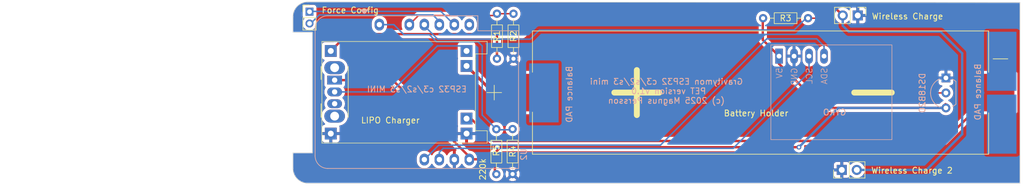
<source format=kicad_pcb>
(kicad_pcb (version 20241229) (generator "pcbnew") (generator_version "9.0")
  (title_block (title "Gravitymon PET Zero PCB") (date "2024-06-06") (company "Magnus Persson"))
  (layers (0 "F.Cu" signal) (2 "B.Cu" signal) (13 "F.Paste" user) (15 "B.Paste" user) (5 "F.SilkS" user "F.Silkscreen") (7 "B.SilkS" user "B.Silkscreen") (1 "F.Mask" user) (3 "B.Mask" user) (25 "Edge.Cuts" user))
  (net 0 "")
  (net 1 "VCC")
  (net 2 "GND")
  (net 3 "Net-(BAT2-+)")
  (net 4 "Net-(BAT2--)")
  (net 5 "/CHARGING")
  (net 6 "/CFG2")
  (net 7 "/CFG1")
  (net 8 "+3.3V")
  (net 9 "/VOLTAGE")
  (net 10 "/SDA")
  (net 11 "/SCL")
  (net 13 "Net-(SW2-B)")
  (net 14 "/CHARGE-5V")
  (net 18 "/TEMP")
  (footprint "Resistor_THT:R_Axial_DIN0204_L3.6mm_D1.6mm_P7.62mm_Horizontal" (layer "F.Cu") (at 163.5 82.71 180)
    (property "Reference" "R3" (at 3.81 0 180) (layer "F.SilkS"))
    (property "Value" "4.7k")
    (fp_line (start 6.68 0) (end 5.73 0) (stroke (width 0.12)) (layer "F.SilkS"))
    (fp_line (start 0.94 0) (end 1.89 0) (stroke (width 0.12)) (layer "F.SilkS"))
    (fp_rect (start 1.89 -0.92) (end 5.73 0.92) (stroke (width 0.12)) (fill no) (layer "F.SilkS"))
    (pad "1" thru_hole circle (at 0 0 180) (size 1.4 1.4) (drill 0.7) (layers "*.Cu" "*.Mask") (net 18 "/TEMP"))
    (pad "2" thru_hole circle (at 7.62 0 180) (size 1.4 1.4) (drill 0.7) (layers "*.Cu" "*.Mask") (net 1 "VCC"))
  )
  (footprint "magnus:lipo-tp4056" (layer "F.Cu") (at 95.303003 95.2604)
    (property "Reference" "U1" (hide yes))
    (property "Value" "TP-4056" (hide yes))
    (fp_line (start -14.151403 -8.6) (end -14.151403 8.6) (stroke (width 0.1)) (layer "F.SilkS"))
    (fp_line (start -14.151403 -8.6) (end 13.848597 -8.6) (stroke (width 0.1)) (layer "F.SilkS"))
    (fp_line (start -14.151403 8.6) (end 13.848597 8.6) (stroke (width 0.1)) (layer "F.SilkS"))
    (fp_line (start 11.848597 -6.502399) (end 11.848597 6.514315) (stroke (width 0.1)) (layer "F.SilkS"))
    (fp_line (start 11.848597 6.514315) (end 13.848597 6.517906) (stroke (width 0.1)) (layer "F.SilkS"))
    (fp_line (start 13.8176 -6.5024) (end 11.8684 -6.502399) (stroke (width 0.1)) (layer "F.SilkS"))
    (fp_line (start 13.848597 -8.6) (end 13.8176 -6.5024) (stroke (width 0.1)) (layer "F.SilkS"))
    (fp_line (start 13.848597 8.6) (end 13.848597 6.517906) (stroke (width 0.1)) (layer "F.SilkS"))
    (pad "1" thru_hole rect (at -12.651403 -7) (size 2 2) (drill 1) (layers "*.Cu" "*.Mask") (net 14 "/CHARGE-5V"))
    (pad "2" thru_hole rect (at -12.651403 7) (size 2 2) (drill 1) (layers "*.Cu" "*.Mask") (net 2 "GND"))
    (pad "3" thru_hole rect (at 10.348597 -7) (size 2 2) (drill 1) (layers "*.Cu" "*.Mask") (net 13 "Net-(SW2-B)"))
    (pad "4" thru_hole rect (at 10.348597 7) (size 2 2) (drill 1) (layers "*.Cu" "*.Mask") (net 2 "GND"))
    (pad "5" thru_hole rect (at 10.348597 -4.46) (size 2 2) (drill 1) (layers "*.Cu" "*.Mask") (net 3 "Net-(BAT2-+)"))
    (pad "6" thru_hole rect (at 10.348597 4.46) (size 2 2) (drill 1) (layers "*.Cu" "*.Mask") (net 4 "Net-(BAT2--)"))
  )
  (footprint "Connector_PinHeader_2.00mm:PinHeader_1x02_P2.00mm_Vertical" (layer "F.Cu") (at 79.05 81.61)
    (property "Reference" "J3" (hide yes))
    (property "Value" "Force Config" (at 6.9 -0.25 0) (layer "F.SilkS"))
    (fp_line (start -1.11 -1.11) (end 0 -1.11) (stroke (width 0.12)) (layer "F.SilkS"))
    (fp_line (start -1.11 0) (end -1.11 -1.11) (stroke (width 0.12)) (layer "F.SilkS"))
    (fp_line (start -1.11 1) (end -1.11 3.11) (stroke (width 0.12)) (layer "F.SilkS"))
    (fp_line (start -1.11 1) (end 1.11 1) (stroke (width 0.12)) (layer "F.SilkS"))
    (fp_line (start -1.11 3.11) (end 1.11 3.11) (stroke (width 0.12)) (layer "F.SilkS"))
    (fp_line (start 1.11 1) (end 1.11 3.11) (stroke (width 0.12)) (layer "F.SilkS"))
    (pad "1" thru_hole rect (at 0 0) (size 1.35 1.35) (drill 0.8) (layers "*.Cu" "*.Mask") (net 6 "/CFG2"))
    (pad "2" thru_hole circle (at 0 2) (size 1.35 1.35) (drill 0.8) (layers "*.Cu" "*.Mask") (net 7 "/CFG1"))
  )
  (footprint "magnus:battery_holder_18650" (layer "F.Cu") (at 155.45 95.31)
    (property "Reference" "BAT2" (hide yes))
    (property "Value" "Battery_Cell" (hide yes))
    (fp_line (start -46.3604 0) (end -43.8604 0) (stroke (width 0.12)) (layer "F.SilkS"))
    (fp_line (start -45.1104 1.25) (end -45.1104 -1.25) (stroke (width 0.12)) (layer "F.SilkS"))
    (fp_line (start -38.64 -10.44) (end -38.64 -3.44) (stroke (width 0.12)) (layer "F.SilkS"))
    (fp_line (start -38.64 10.44) (end -38.64 3.302) (stroke (width 0.12)) (layer "F.SilkS"))
    (fp_line (start -24.765 0) (end -17.145 0) (stroke (width 1)) (layer "F.SilkS"))
    (fp_line (start -20.955 -3.81) (end -20.955 3.81) (stroke (width 1)) (layer "F.SilkS"))
    (fp_line (start 15.875 0) (end 22.225 0) (stroke (width 1)) (layer "F.SilkS"))
    (fp_line (start 38.64 -10.44) (end -38.64 -10.44) (stroke (width 0.12)) (layer "F.SilkS"))
    (fp_line (start 38.64 -3.44) (end 38.64 -10.42) (stroke (width 0.12)) (layer "F.SilkS"))
    (fp_line (start 38.64 3.44) (end 38.64 10.44) (stroke (width 0.12)) (layer "F.SilkS"))
    (fp_line (start 38.64 10.44) (end -38.64 10.44) (stroke (width 0.12)) (layer "F.SilkS"))
    (fp_line (start 41.89 -5.715) (end 39.39 -5.715) (stroke (width 0.12)) (layer "F.SilkS"))
    (pad "1" smd rect (at -39.1025 0) (size 6.885 6.35) (layers "F.Cu" "F.Mask" "F.Paste") (net 3 "Net-(BAT2-+)"))
    (pad "2" smd rect (at 39.33 0) (size 7.34 6.35) (layers "F.Cu" "F.Mask" "F.Paste") (net 4 "Net-(BAT2--)"))
  )
  (footprint "Resistor_THT:R_Axial_DIN0204_L3.6mm_D1.6mm_P7.62mm_Horizontal" (layer "F.Cu") (at 113.45 109.11 90)
    (property "Reference" "R4" (at 3.81 0 90) (layer "F.SilkS"))
    (property "Value" "220k")
    (fp_line (start 6.68 0) (end 5.73 0) (stroke (width 0.12)) (layer "F.SilkS"))
    (fp_line (start 0.94 0) (end 1.89 0) (stroke (width 0.12)) (layer "F.SilkS"))
    (fp_rect (start 1.89 -0.92) (end 5.73 0.92) (stroke (width 0.12)) (fill no) (layer "F.SilkS"))
    (pad "1" thru_hole circle (at 0 0 90) (size 1.4 1.4) (drill 0.7) (layers "*.Cu" "*.Mask") (net 2 "GND"))
    (pad "2" thru_hole circle (at 7.62 0 90) (size 1.4 1.4) (drill 0.7) (layers "*.Cu" "*.Mask") (net 9 "/VOLTAGE"))
  )
  (footprint "Connector_PinHeader_2.54mm:PinHeader_1x02_P2.54mm_Vertical" (layer "F.Cu") (at 169.21 108.41 90)
    (property "Reference" "J2" (hide yes))
    (property "Value" "Wireless Charge 2" (at -0.1 11.89 180) (layer "F.SilkS"))
    (fp_line (start -1.38 -1.38) (end 0 -1.38) (stroke (width 0.12)) (layer "F.SilkS"))
    (fp_line (start -1.38 0) (end -1.38 -1.38) (stroke (width 0.12)) (layer "F.SilkS"))
    (fp_line (start 1.38 1.27) (end 1.38 3.92) (stroke (width 0.12)) (layer "F.SilkS"))
    (fp_line (start -1.38 1.27) (end 1.38 1.27) (stroke (width 0.12)) (layer "F.SilkS"))
    (fp_line (start -1.38 1.27) (end -1.38 3.92) (stroke (width 0.12)) (layer "F.SilkS"))
    (fp_line (start -1.38 3.92) (end 1.38 3.92) (stroke (width 0.12)) (layer "F.SilkS"))
    (pad "1" thru_hole rect (at 0 0 90) (size 1.7 1.7) (drill 1) (layers "*.Cu" "*.Mask") (net 2 "GND"))
    (pad "2" thru_hole circle (at 0 2.54 90) (size 1.7 1.7) (drill 1) (layers "*.Cu" "*.Mask") (net 14 "/CHARGE-5V"))
  )
  (footprint "Connector_PinHeader_2.54mm:PinHeader_1x02_P2.54mm_Vertical" (layer "F.Cu") (at 171.9122 82.2452 -90)
    (property "Reference" "J1" (hide yes))
    (property "Value" "Wireless Charge" (at 0.1524 -8.4328 180) (layer "F.SilkS"))
    (fp_line (start -1.38 3.92) (end 1.38 3.92) (stroke (width 0.12)) (layer "F.SilkS"))
    (fp_line (start -1.38 1.27) (end -1.38 3.92) (stroke (width 0.12)) (layer "F.SilkS"))
    (fp_line (start -1.38 1.27) (end 1.38 1.27) (stroke (width 0.12)) (layer "F.SilkS"))
    (fp_line (start 1.38 1.27) (end 1.38 3.92) (stroke (width 0.12)) (layer "F.SilkS"))
    (fp_line (start -1.38 0) (end -1.38 -1.38) (stroke (width 0.12)) (layer "F.SilkS"))
    (fp_line (start -1.38 -1.38) (end 0 -1.38) (stroke (width 0.12)) (layer "F.SilkS"))
    (pad "1" thru_hole rect (at 0 0 270) (size 1.7 1.7) (drill 1) (layers "*.Cu" "*.Mask") (net 2 "GND"))
    (pad "2" thru_hole circle (at 0 2.54 270) (size 1.7 1.7) (drill 1) (layers "*.Cu" "*.Mask") (net 14 "/CHARGE-5V"))
  )
  (footprint "Resistor_THT:R_Axial_DIN0204_L3.6mm_D1.6mm_P7.62mm_Horizontal" (layer "F.Cu") (at 110.8 89.57 90)
    (property "Reference" "R1" (at 3.81 0 90) (layer "F.SilkS"))
    (property "Value" "220k")
    (fp_line (start 6.68 0) (end 5.73 0) (stroke (width 0.12)) (layer "F.SilkS"))
    (fp_line (start 0.94 0) (end 1.89 0) (stroke (width 0.12)) (layer "F.SilkS"))
    (fp_rect (start 1.89 -0.92) (end 5.73 0.92) (stroke (width 0.12)) (fill no) (layer "F.SilkS"))
    (pad "1" thru_hole circle (at 0 0 90) (size 1.4 1.4) (drill 0.7) (layers "*.Cu" "*.Mask") (net 14 "/CHARGE-5V"))
    (pad "2" thru_hole circle (at 7.62 0 90) (size 1.4 1.4) (drill 0.7) (layers "*.Cu" "*.Mask") (net 5 "/CHARGING"))
  )
  (footprint "Resistor_THT:R_Axial_DIN0204_L3.6mm_D1.6mm_P7.62mm_Horizontal" (layer "F.Cu") (at 113.6 89.58 90)
    (property "Reference" "R2" (at 3.81 0 90) (layer "F.SilkS"))
    (property "Value" "220k")
    (fp_line (start 6.68 0) (end 5.73 0) (stroke (width 0.12)) (layer "F.SilkS"))
    (fp_line (start 0.94 0) (end 1.89 0) (stroke (width 0.12)) (layer "F.SilkS"))
    (fp_rect (start 1.89 -0.92) (end 5.73 0.92) (stroke (width 0.12)) (fill no) (layer "F.SilkS"))
    (pad "1" thru_hole circle (at 0 0 90) (size 1.4 1.4) (drill 0.7) (layers "*.Cu" "*.Mask") (net 2 "GND"))
    (pad "2" thru_hole circle (at 7.62 0 90) (size 1.4 1.4) (drill 0.7) (layers "*.Cu" "*.Mask") (net 5 "/CHARGING"))
  )
  (footprint "Button_Switch_THT:SW_Slide_SPDT_Angled_CK_OS102011MA1Q" (layer "F.Cu") (at 83.3054 93.1992 -90)
    (property "Reference" "SW2" (hide yes))
    (property "Value" "SW_SPST" (hide yes))
    (fp_line (start -2.3 2.3) (end -0.1 2.3) (stroke (width 0.12)) (layer "F.SilkS"))
    (fp_line (start 4 2.3) (end 6.3 2.3) (stroke (width 0.12)) (layer "F.SilkS"))
    (fp_line (start -2.3 -2.3) (end 6.3 -2.3) (stroke (width 0.12)) (layer "F.SilkS"))
    (pad "" thru_hole oval (at -2.1 0 270) (size 2.2 3.5) (drill 1.5) (layers "*.Cu" "*.Mask"))
    (pad "" thru_hole oval (at 6.1 0 270) (size 2.2 3.5) (drill 1.5) (layers "*.Cu" "*.Mask"))
    (pad "1" thru_hole rect (at 0 0 270) (size 1.5 2.5) (drill 0.9) (layers "*.Cu" "*.Mask") (net 1 "VCC"))
    (pad "2" thru_hole oval (at 2 0 270) (size 1.5 2.5) (drill 0.9) (layers "*.Cu" "*.Mask") (net 13 "Net-(SW2-B)"))
    (pad "3" thru_hole oval (at 4 0 270) (size 1.5 2.5) (drill 0.9) (layers "*.Cu" "*.Mask"))
  )
  (footprint "Resistor_THT:R_Axial_DIN0204_L3.6mm_D1.6mm_P7.62mm_Horizontal" (layer "F.Cu") (at 110.7 101.51 -90)
    (property "Reference" "R5" (at 3.6 0 90) (layer "F.SilkS"))
    (property "Value" "220k" (at 6.8 2.3 90) (layer "F.SilkS"))
    (fp_line (start 0.94 0) (end 1.89 0) (stroke (width 0.12)) (layer "F.SilkS"))
    (fp_line (start 6.68 0) (end 5.73 0) (stroke (width 0.12)) (layer "F.SilkS"))
    (fp_rect (start 1.89 -0.92) (end 5.73 0.92) (stroke (width 0.12)) (fill no) (layer "F.SilkS"))
    (pad "1" thru_hole circle (at 0 0 270) (size 1.4 1.4) (drill 0.7) (layers "*.Cu" "*.Mask") (net 9 "/VOLTAGE"))
    (pad "2" thru_hole circle (at 7.62 0 270) (size 1.4 1.4) (drill 0.7) (layers "*.Cu" "*.Mask") (net 1 "VCC"))
  )
  (footprint "magnus:lolin-esp32c3-mini" (layer "B.Cu") (at 88.34 83.8 -90)
    (property "Reference" "U2" (at 22 -27 90) (layer "B.SilkS") (effects (justify mirror)))
    (property "Value" "~")
    (fp_line (start 22.24 8.34) (end 0.63 8.34) (stroke (width 0.12)) (layer "B.SilkS"))
    (fp_line (start -1.5 -19.22) (end -1.5 6.21) (stroke (width 0.12)) (layer "B.SilkS"))
    (fp_line (start -1.5 -19.22) (end 1.04 -19.22) (stroke (width 0.12)) (layer "B.SilkS"))
    (fp_line (start 1.04 -19.22) (end 1.04 -26.12) (stroke (width 0.12)) (layer "B.SilkS"))
    (fp_line (start 1.04 -26.12) (end 24.36 -26.12) (stroke (width 0.12)) (layer "B.SilkS"))
    (fp_line (start 24.36 -26.12) (end 24.36 6.21) (stroke (width 0.12)) (layer "B.SilkS"))
    (fp_arc (start 0.63 8.34) (mid -0.876137 7.716137) (end -1.5 6.21) (stroke (width 0.12)) (layer "B.SilkS"))
    (fp_arc (start 24.36 6.21) (mid 23.736137 7.716137) (end 22.23 8.34) (stroke (width 0.12)) (layer "B.SilkS"))
    (fp_poly (pts (xy -2.54 0.635) (xy -2.54 -0.635) (xy -1.905 0)) (stroke (width 0.15)) (fill yes) (layer "B.SilkS"))
    (pad "1" thru_hole oval (at 0 -17.78 270) (size 2 1.6) (drill 0.9) (layers "*.Cu" "*.Mask") (net 8 "+3.3V"))
    (pad "2" thru_hole oval (at 0 -15.24 270) (size 2 1.6) (drill 0.9) (layers "*.Cu" "*.Mask") (net 6 "/CFG2"))
    (pad "3" thru_hole oval (at 0 -12.7 270) (size 2 1.6) (drill 0.9) (layers "*.Cu" "*.Mask") (net 7 "/CFG1"))
    (pad "4" thru_hole oval (at 0 -10.16 270) (size 2 1.6) (drill 0.9) (layers "*.Cu" "*.Mask") (net 18 "/TEMP"))
    (pad "5" thru_hole oval (at 0 -7.62 270) (size 2 1.6) (drill 0.9) (layers "*.Cu" "*.Mask") (net 5 "/CHARGING"))
    (pad "7" thru_hole oval (at 0 -2.54 270) (size 2 1.6) (drill 0.9) (layers "*.Cu" "*.Mask") (net 9 "/VOLTAGE"))
    (pad "13" thru_hole oval (at 22.86 -10.16 270) (size 2 1.6) (drill 0.9) (layers "*.Cu" "*.Mask") (net 10 "/SDA"))
    (pad "14" thru_hole oval (at 22.86 -12.7 270) (size 2 1.6) (drill 0.9) (layers "*.Cu" "*.Mask") (net 11 "/SCL"))
    (pad "15" thru_hole oval (at 22.86 -15.24 270) (size 2 1.6) (drill 0.9) (layers "*.Cu" "*.Mask") (net 2 "GND"))
    (pad "16" thru_hole oval (at 22.86 -17.78 270) (size 2 1.6) (drill 0.9) (layers "*.Cu" "*.Mask") (net 1 "VCC"))
  )
  (footprint "magnus:gyro-mpu6050" (layer "B.Cu") (at 167.4754 94.2186 -90)
    (property "Reference" "U7" (hide yes))
    (property "Value" "~")
    (fp_rect (start -6.985 10.28) (end 9.065 -10.23) (stroke (width 0.1)) (fill no) (layer "B.SilkS"))
    (fp_text user "SCL" (at -3.175 3.175 90) (layer "B.SilkS") (effects (font (thickness 0.1)) (justify left bottom mirror)))
    (fp_text user "SDA" (at -3.175 0.635 90) (layer "B.SilkS") (effects (font (thickness 0.1)) (justify left bottom mirror)))
    (fp_text user "5V" (at -3.175 8.255 90) (layer "B.SilkS") (effects (font (thickness 0.1)) (justify left bottom mirror)))
    (fp_text user "GND" (at -3.175 5.715 90) (layer "B.SilkS") (effects (font (thickness 0.1)) (justify left bottom mirror)))
    (pad "1" thru_hole rect (at -5.08 8.89 270) (size 2.54 1.27) (drill 0.8) (layers "*.Cu" "*.Mask") (net 1 "VCC"))
    (pad "2" thru_hole oval (at -5.08 6.35 270) (size 2.54 1.27) (drill 0.8) (layers "*.Cu" "*.Mask") (net 2 "GND"))
    (pad "3" thru_hole oval (at -5.08 3.81 270) (size 2.54 1.27) (drill 0.8) (layers "*.Cu" "*.Mask") (net 11 "/SCL"))
    (pad "4" thru_hole oval (at -5.08 1.27 270) (size 2.54 1.27) (drill 0.8) (layers "*.Cu" "*.Mask") (net 10 "/SDA"))
  )
  (footprint "Connector_Wire:SolderWirePad_1x01_SMD_5x10mm" (layer "B.Cu") (at 196.3 90.01 180)
    (property "Reference" "J4" (hide yes))
    (property "Value" "Balance 1" (hide yes))
    (pad "1" smd rect (at 0 0 180) (size 5 10) (layers "B.Cu" "B.Mask" "B.Paste"))
  )
  (footprint "Connector_Wire:SolderWirePad_1x01_SMD_5x10mm" (layer "B.Cu") (at 196.3 100.66 180)
    (property "Reference" "J5" (hide yes))
    (property "Value" "Balance 2" (hide yes))
    (pad "1" smd rect (at 0 0 180) (size 5 10) (layers "B.Cu" "B.Mask" "B.Paste"))
  )
  (footprint "Connector_Wire:SolderWirePad_1x01_SMD_5x10mm" (layer "B.Cu") (at 118.75 95.36 180)
    (property "Reference" "J6" (hide yes))
    (property "Value" "Balance 3" (hide yes))
    (pad "1" smd rect (at 0 0 180) (size 5 10) (layers "B.Cu" "B.Mask" "B.Paste"))
  )
  (footprint "Package_TO_SOT_THT:TO-92L_Inline_Wide" (layer "B.Cu") (at 186.85 92.83 -90)
    (property "Reference" "U8" (hide yes))
    (property "Value" "DS18B20" (at 2.55 4 90) (layer "B.SilkS") (effects (justify mirror)))
    (fp_line (start 0.6 -1.7) (end 4.45 -1.7) (stroke (width 0.12)) (layer "B.SilkS"))
    (fp_arc (start 2.54 2.6) (mid 1.143021 2.192818) (end 0.1836 1.098807) (stroke (width 0.12)) (layer "B.SilkS"))
    (fp_arc (start 4.8964 1.098807) (mid 3.936979 2.192817) (end 2.54 2.6) (stroke (width 0.12)) (layer "B.SilkS"))
    (fp_arc (start 0.217369 -1.122045) (mid 0.389183 -1.423933) (end 0.6 -1.7) (stroke (width 0.12)) (layer "B.SilkS"))
    (fp_arc (start 4.45 -1.7) (mid 4.666594 -1.419753) (end 4.842383 -1.112264) (stroke (width 0.12)) (layer "B.SilkS"))
    (pad "1" thru_hole rect (at 0 0 270) (size 1.5 1.5) (drill 0.8) (layers "*.Cu" "*.Mask") (net 2 "GND"))
    (pad "2" thru_hole circle (at 2.54 0 270) (size 1.5 1.5) (drill 0.8) (layers "*.Cu" "*.Mask") (net 18 "/TEMP"))
    (pad "3" thru_hole circle (at 5.08 0 270) (size 1.5 1.5) (drill 0.8) (layers "*.Cu" "*.Mask") (net 1 "VCC"))
  )
  (gr_arc (start 78.7146 110.66) (mid 76.969168 109.90584) (end 76.250418 108.145531) (stroke (width 0.1)) (layer "Edge.Cuts"))
  (gr_line (start 79.5528 85.09) (end 79.5528 105.537) (stroke (width 0.1)) (layer "Edge.Cuts"))
  (gr_line (start 78.7654 79.96) (end 199.390879 80.060876) (stroke (width 0.1)) (layer "Edge.Cuts"))
  (gr_line (start 199.390879 80.060876) (end 199.390879 110.658402) (stroke (width 0.1)) (layer "Edge.Cuts"))
  (gr_line (start 76.2508 105.537) (end 79.5528 105.537) (stroke (width 0.1)) (layer "Edge.Cuts"))
  (gr_line (start 76.2508 85.09) (end 79.5528 85.09) (stroke (width 0.1)) (layer "Edge.Cuts"))
  (gr_line (start 76.2508 82.474542) (end 76.2508 85.09) (stroke (width 0.1)) (layer "Edge.Cuts"))
  (gr_line (start 76.250418 108.145531) (end 76.2508 105.537) (stroke (width 0.1)) (layer "Edge.Cuts"))
  (gr_arc (start 76.2508 82.4746) (mid 76.979778 80.688978) (end 78.7654 79.96) (stroke (width 0.1)) (layer "Edge.Cuts"))
  (gr_line (start 199.4 110.6584) (end 78.714606 110.66) (stroke (width 0.1)) (layer "Edge.Cuts"))
  (gr_text "Battery Holder" (at 154.7 98.81 0) (layer "F.SilkS") (effects (font (size 1 1))))
  (gr_text "LIPO Charger" (at 92.75 100.01 0) (layer "F.SilkS") (effects (font (size 1 1))))
  (gr_text "Gravitymon ESP32 c3/s2/s3 mini\nPET version v1.0 \n(c) 2025 Magnus Persson" (at 139.5 95.06 0) (layer "B.SilkS") (effects (font (size 1 1)) (justify mirror)))
  (gr_text "GYRO" (at 168 98.66 0) (layer "B.SilkS") (effects (font (size 1 1)) (justify mirror)))
  (gr_text "Balance PAD" (at 123.05 95.61 90) (layer "B.SilkS") (effects (font (size 1 1)) (justify mirror)))
  (gr_text "ESP32 c3/s2/s3 MINI" (at 97.23 94.745 0) (layer "B.SilkS") (effects (font (size 1 1)) (justify mirror)))
  (gr_text "Balance PAD" (at 192.25 95.21 90) (layer "B.SilkS") (effects (font (size 1 1)) (justify mirror)))
  (segment (start 106.17 106.61) (end 106.12 106.66) (width 0.4) (layer "F.Cu") (net 1))
  (segment (start 161.95 104.56) (end 162 104.56) (width 0.25) (layer "F.Cu") (net 1))
  (segment (start 158.5854 89.1386) (end 158.5854 90.4454) (width 0.4) (layer "F.Cu") (net 1))
  (segment (start 155.83 86.3832) (end 158.5854 89.1386) (width 0.4) (layer "F.Cu") (net 1))
  (segment (start 166.025 97.885) (end 166.05 97.91) (width 0.4) (layer "F.Cu") (net 1))
  (segment (start 186.6382 97.41) (end 186.7916 97.2566) (width 0.4) (layer "F.Cu") (net 1))
  (segment (start 110.45 105.51) (end 111.4 104.56) (width 0.4) (layer "F.Cu") (net 1))
  (segment (start 110.45 108.88) (end 110.45 105.51) (width 0.4) (layer "F.Cu") (net 1))
  (segment (start 166.05 97.91) (end 186.85 97.91) (width 0.4) (layer "F.Cu") (net 1))
  (segment (start 155.83 82.41) (end 155.83 86.3832) (width 0.4) (layer "F.Cu") (net 1))
  (segment (start 110.7 109.13) (end 110.45 108.88) (width 0.4) (layer "F.Cu") (net 1))
  (segment (start 106.12 106.66) (end 106.12 106.18) (width 0.4) (layer "F.Cu") (net 1))
  (segment (start 110.45 105.51) (end 109.35 106.61) (width 0.4) (layer "F.Cu") (net 1))
  (segment (start 93.1392 93.1992) (end 83.3054 93.1992) (width 0.4) (layer "F.Cu") (net 1))
  (segment (start 158.5854 90.4454) (end 166.025 97.885) (width 0.4) (layer "F.Cu") (net 1))
  (segment (start 111.4 104.56) (end 161.95 104.56) (width 0.4) (layer "F.Cu") (net 1))
  (segment (start 106.12 106.18) (end 93.1392 93.1992) (width 0.4) (layer "F.Cu") (net 1))
  (segment (start 109.35 106.61) (end 106.17 106.61) (width 0.4) (layer "F.Cu") (net 1))
  (via (at 161.95 104.56) (size 0.8) (drill 0.4) (layers "F.Cu" "B.Cu") (net 1))
  (segment (start 168.6 97.91) (end 186.85 97.91) (width 0.4) (layer "B.Cu") (net 1))
  (segment (start 161.95 104.56) (end 168.6 97.91) (width 0.4) (layer "B.Cu") (net 1))
  (segment (start 105.6516 90.8004) (end 110.2112 95.36) (width 0.5) (layer "F.Cu") (net 3))
  (segment (start 110.2112 95.36) (end 116.2755 95.36) (width 0.5) (layer "F.Cu") (net 3))
  (segment (start 116.2755 95.36) (end 116.3601 95.2754) (width 0.5) (layer "F.Cu") (net 3))
  (segment (start 110.2 103.51) (end 186.558 103.51) (width 0.4) (layer "F.Cu") (net 4))
  (segment (start 105.6516 99.7204) (end 106.4104 99.7204) (width 0.4) (layer "F.Cu") (net 4))
  (segment (start 186.558 103.51) (end 194.7926 95.2754) (width 0.4) (layer "F.Cu") (net 4))
  (segment (start 106.4104 99.7204) (end 110.2 103.51) (width 0.4) (layer "F.Cu") (net 4))
  (segment (start 97.5 82.26) (end 95.96 83.8) (width 0.25) (layer "F.Cu") (net 5))
  (segment (start 114.15 82.15) (end 113.95 81.95) (width 0.25) (layer "F.Cu") (net 5))
  (segment (start 113.95 81.95) (end 110.8 81.95) (width 0.25) (layer "F.Cu") (net 5))
  (segment (start 110.49 82.26) (end 97.5 82.26) (width 0.25) (layer "F.Cu") (net 5))
  (segment (start 110.8 81.95) (end 110.49 82.26) (width 0.25) (layer "F.Cu") (net 5))
  (segment (start 79.45 81.71) (end 79.6 81.56) (width 0.25) (layer "B.Cu") (net 6))
  (segment (start 79.05 81.71) (end 79.45 81.71) (width 0.25) (layer "B.Cu") (net 6))
  (segment (start 101.3 81.56) (end 103.54 83.8) (width 0.25) (layer "B.Cu") (net 6))
  (segment (start 79.6 81.56) (end 101.3 81.56) (width 0.25) (layer "B.Cu") (net 6))
  (segment (start 103.54 83.8) (end 103.58 83.8) (width 0.25) (layer "B.Cu") (net 6))
  (segment (start 80.7 82.16) (end 99.95 82.16) (width 0.25) (layer "B.Cu") (net 7))
  (segment (start 101.04 83.25) (end 101.04 83.8) (width 0.25) (layer "B.Cu") (net 7))
  (segment (start 79.15 83.71) (end 80.7 82.16) (width 0.25) (layer "B.Cu") (net 7))
  (segment (start 79.05 83.71) (end 79.15 83.71) (width 0.25) (layer "B.Cu") (net 7))
  (segment (start 99.95 82.16) (end 101.04 83.25) (width 0.25) (layer "B.Cu") (net 7))
  (segment (start 100.56319 86.711) (end 99.36219 85.51) (width 0.25) (layer "B.Cu") (net 9))
  (segment (start 99.36219 85.51) (end 95.05 85.51) (width 0.25) (layer "B.Cu") (net 9))
  (segment (start 107.601 86.711) (end 100.56319 86.711) (width 0.25) (layer "B.Cu") (net 9))
  (segment (start 95.05 85.51) (end 93.34 83.8) (width 0.25) (layer "B.Cu") (net 9))
  (segment (start 110.8 101.61) (end 108.3 99.11) (width 0.25) (layer "B.Cu") (net 9))
  (segment (start 108.3 87.41) (end 107.601 86.711) (width 0.25) (layer "B.Cu") (net 9))
  (segment (start 108.3 99.11) (end 108.3 87.41) (width 0.25) (layer "B.Cu") (net 9))
  (segment (start 93.34 83.8) (end 90.88 83.8) (width 0.25) (layer "B.Cu") (net 9))
  (segment (start 113.63 101.61) (end 110.8 101.61) (width 0.25) (layer "B.Cu") (net 9))
  (segment (start 98.5 106.66) (end 100.95 104.21) (width 0.25) (layer "B.Cu") (net 10))
  (segment (start 138.5 104.21) (end 156.5 86.21) (width 0.25) (layer "B.Cu") (net 10))
  (segment (start 100.95 104.21) (end 138.5 104.21) (width 0.25) (layer "B.Cu") (net 10))
  (segment (start 166.2054 87.4654) (end 166.2054 89.1386) (width 0.25) (layer "B.Cu") (net 10))
  (segment (start 156.5 86.21) (end 164.95 86.21) (width 0.25) (layer "B.Cu") (net 10))
  (segment (start 164.95 86.21) (end 166.2054 87.4654) (width 0.25) (layer "B.Cu") (net 10))
  (segment (start 163.6654 89.1386) (end 163.6654 91.8946) (width 0.25) (layer "B.Cu") (net 11))
  (segment (start 150.8 104.76) (end 101.7 104.76) (width 0.25) (layer "B.Cu") (net 11))
  (segment (start 101.04 105.42) (end 101.04 106.66) (width 0.25) (layer "B.Cu") (net 11))
  (segment (start 101.7 104.76) (end 101.04 105.42) (width 0.25) (layer "B.Cu") (net 11))
  (segment (start 163.6654 91.8946) (end 150.8 104.76) (width 0.25) (layer "B.Cu") (net 11))
  (segment (start 92.9108 95.1992) (end 100.7 87.41) (width 0.25) (layer "B.Cu") (net 13))
  (segment (start 104.8012 87.41) (end 105.6516 88.2604) (width 0.25) (layer "B.Cu") (net 13))
  (segment (start 100.7 87.41) (end 104.8012 87.41) (width 0.25) (layer "B.Cu") (net 13))
  (segment (start 83.3054 95.1992) (end 92.9108 95.1992) (width 0.25) (layer "B.Cu") (net 13))
  (segment (start 169.3722 82.2452) (end 168.187 81.06) (width 0.4) (layer "F.Cu") (net 14))
  (segment (start 119.45 81.06) (end 115.1 85.41) (width 0.4) (layer "F.Cu") (net 14))
  (segment (start 110.8 85.46) (end 110.8 89.57) (width 0.4) (layer "F.Cu") (net 14))
  (segment (start 110.75 85.41) (end 85.502 85.41) (width 0.4) (layer "F.Cu") (net 14))
  (segment (start 85.502 85.41) (end 82.6516 88.2604) (width 0.4) (layer "F.Cu") (net 14))
  (segment (start 110.75 85.41) (end 110.8 85.46) (width 0.4) (layer "F.Cu") (net 14))
  (segment (start 168.187 81.06) (end 119.45 81.06) (width 0.4) (layer "F.Cu") (net 14))
  (segment (start 115.1 85.41) (end 110.75 85.41) (width 0.4) (layer "F.Cu") (net 14))
  (segment (start 111.37 89.71) (end 111.35 89.73) (width 0.25) (layer "B.Cu") (net 14))
  (segment (start 169.3722 83.9822) (end 170.4 85.01) (width 0.4) (layer "B.Cu") (net 14))
  (segment (start 169.3722 82.2452) (end 169.3722 83.9822) (width 0.4) (layer "B.Cu") (net 14))
  (segment (start 185.95 85.01) (end 189.6 88.66) (width 0.4) (layer "B.Cu") (net 14))
  (segment (start 189.6 102.36) (end 183.55 108.41) (width 0.4) (layer "B.Cu") (net 14))
  (segment (start 183.55 108.41) (end 171.75 108.41) (width 0.4) (layer "B.Cu") (net 14))
  (segment (start 189.6 88.66) (end 189.6 102.36) (width 0.4) (layer "B.Cu") (net 14))
  (segment (start 170.4 85.01) (end 185.95 85.01) (width 0.4) (layer "B.Cu") (net 14))
  (segment (start 177.66 95.37) (end 186.85 95.37) (width 0.25) (layer "F.Cu") (net 18))
  (segment (start 163.45 82.41) (end 163.75 82.71) (width 0.25) (layer "F.Cu") (net 18))
  (segment (start 165 82.71) (end 177.66 95.37) (width 0.25) (layer "F.Cu") (net 18))
  (segment (start 163.75 82.71) (end 165 82.71) (width 0.25) (layer "F.Cu") (net 18))
  (segment (start 98.5 83.8) (end 98.5 84.01) (width 0.25) (layer "B.Cu") (net 18))
  (segment (start 98.5 84.01) (end 100.75 86.26) (width 0.25) (layer "B.Cu") (net 18))
  (segment (start 116.45 86.26) (end 118 84.71) (width 0.25) (layer "B.Cu") (net 18))
  (segment (start 118 84.71) (end 161.15 84.71) (width 0.25) (layer "B.Cu") (net 18))
  (segment (start 100.75 86.26) (end 116.45 86.26) (width 0.25) (layer "B.Cu") (net 18))
  (segment (start 161.15 84.71) (end 163.45 82.41) (width 0.25) (layer "B.Cu") (net 18))
  (zone (net 2) (net_name "GND") (layer "F.Cu") (connect_pads (clearance 0.5)) (min_thickness 0.25) (fill yes (thermal_gap 0.5) (thermal_bridge_width 0.5))
    (polygon (pts (xy 75.9968 79.756) (xy 199.9234 79.629) (xy 199.8726 111.125) (xy 75.692 111.0488)))
  )
  (zone (net 2) (net_name "GND") (layer "B.Cu") (connect_pads (clearance 0.5)) (min_thickness 0.25) (fill yes (thermal_gap 0.5) (thermal_bridge_width 0.5))
    (polygon (pts (xy 76.174936 79.829597) (xy 200.101536 79.702597) (xy 200.050736 111.198597) (xy 75.870136 111.122397)))
  )
)
</source>
